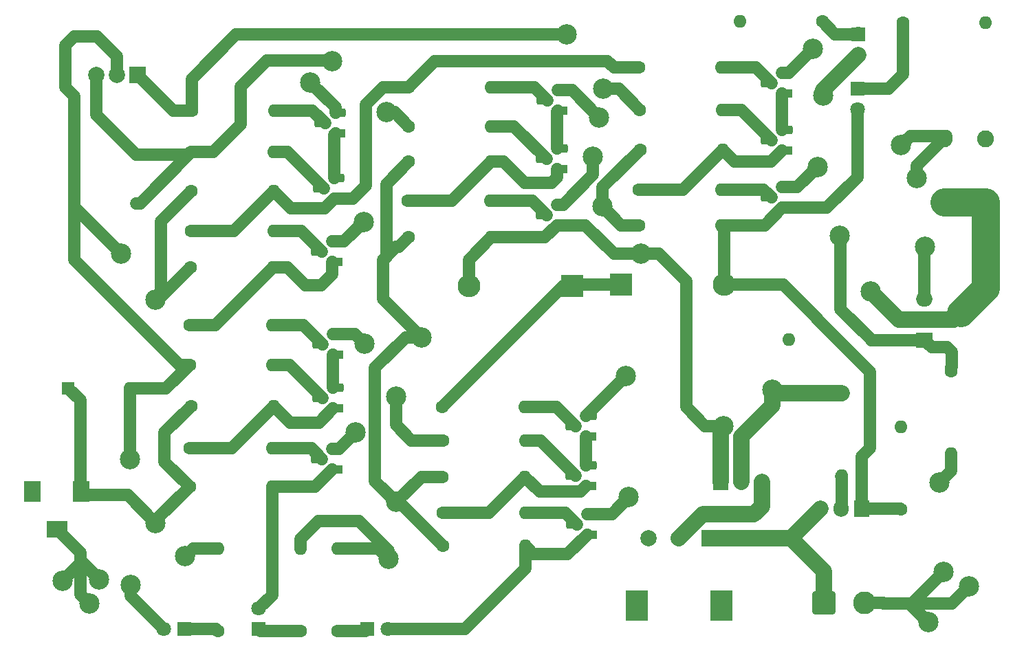
<source format=gbl>
G04 #@! TF.GenerationSoftware,KiCad,Pcbnew,8.0.8*
G04 #@! TF.CreationDate,2025-08-18T09:18:49-04:00*
G04 #@! TF.ProjectId,multimeter,6d756c74-696d-4657-9465-722e6b696361,rev?*
G04 #@! TF.SameCoordinates,Original*
G04 #@! TF.FileFunction,Copper,L2,Bot*
G04 #@! TF.FilePolarity,Positive*
%FSLAX46Y46*%
G04 Gerber Fmt 4.6, Leading zero omitted, Abs format (unit mm)*
G04 Created by KiCad (PCBNEW 8.0.8) date 2025-08-18 09:18:49*
%MOMM*%
%LPD*%
G01*
G04 APERTURE LIST*
G04 Aperture macros list*
%AMRoundRect*
0 Rectangle with rounded corners*
0 $1 Rounding radius*
0 $2 $3 $4 $5 $6 $7 $8 $9 X,Y pos of 4 corners*
0 Add a 4 corners polygon primitive as box body*
4,1,4,$2,$3,$4,$5,$6,$7,$8,$9,$2,$3,0*
0 Add four circle primitives for the rounded corners*
1,1,$1+$1,$2,$3*
1,1,$1+$1,$4,$5*
1,1,$1+$1,$6,$7*
1,1,$1+$1,$8,$9*
0 Add four rect primitives between the rounded corners*
20,1,$1+$1,$2,$3,$4,$5,0*
20,1,$1+$1,$4,$5,$6,$7,0*
20,1,$1+$1,$6,$7,$8,$9,0*
20,1,$1+$1,$8,$9,$2,$3,0*%
G04 Aperture macros list end*
G04 #@! TA.AperFunction,ComponentPad*
%ADD10R,2.000000X2.000000*%
G04 #@! TD*
G04 #@! TA.AperFunction,ComponentPad*
%ADD11C,2.000000*%
G04 #@! TD*
G04 #@! TA.AperFunction,ComponentPad*
%ADD12C,1.600000*%
G04 #@! TD*
G04 #@! TA.AperFunction,ComponentPad*
%ADD13O,1.600000X1.600000*%
G04 #@! TD*
G04 #@! TA.AperFunction,ComponentPad*
%ADD14R,1.800000X1.100000*%
G04 #@! TD*
G04 #@! TA.AperFunction,ComponentPad*
%ADD15RoundRect,0.275000X0.625000X-0.275000X0.625000X0.275000X-0.625000X0.275000X-0.625000X-0.275000X0*%
G04 #@! TD*
G04 #@! TA.AperFunction,ComponentPad*
%ADD16R,1.905000X2.000000*%
G04 #@! TD*
G04 #@! TA.AperFunction,ComponentPad*
%ADD17O,1.905000X2.000000*%
G04 #@! TD*
G04 #@! TA.AperFunction,ComponentPad*
%ADD18R,1.800000X1.800000*%
G04 #@! TD*
G04 #@! TA.AperFunction,ComponentPad*
%ADD19C,1.800000*%
G04 #@! TD*
G04 #@! TA.AperFunction,ComponentPad*
%ADD20C,2.082800*%
G04 #@! TD*
G04 #@! TA.AperFunction,ComponentPad*
%ADD21RoundRect,0.250001X-1.149999X-1.149999X1.149999X-1.149999X1.149999X1.149999X-1.149999X1.149999X0*%
G04 #@! TD*
G04 #@! TA.AperFunction,ComponentPad*
%ADD22C,2.800000*%
G04 #@! TD*
G04 #@! TA.AperFunction,ComponentPad*
%ADD23R,2.800000X2.800000*%
G04 #@! TD*
G04 #@! TA.AperFunction,ComponentPad*
%ADD24O,2.800000X2.800000*%
G04 #@! TD*
G04 #@! TA.AperFunction,ComponentPad*
%ADD25R,2.800000X3.800000*%
G04 #@! TD*
G04 #@! TA.AperFunction,ComponentPad*
%ADD26R,2.000000X1.905000*%
G04 #@! TD*
G04 #@! TA.AperFunction,ComponentPad*
%ADD27O,2.000000X1.905000*%
G04 #@! TD*
G04 #@! TA.AperFunction,ComponentPad*
%ADD28R,1.600000X1.600000*%
G04 #@! TD*
G04 #@! TA.AperFunction,ComponentPad*
%ADD29R,2.000000X2.600000*%
G04 #@! TD*
G04 #@! TA.AperFunction,ComponentPad*
%ADD30R,2.600000X2.000000*%
G04 #@! TD*
G04 #@! TA.AperFunction,ViaPad*
%ADD31C,2.500000*%
G04 #@! TD*
G04 #@! TA.AperFunction,Conductor*
%ADD32C,1.500000*%
G04 #@! TD*
G04 #@! TA.AperFunction,Conductor*
%ADD33C,2.000000*%
G04 #@! TD*
G04 #@! TA.AperFunction,Conductor*
%ADD34C,3.500000*%
G04 #@! TD*
G04 APERTURE END LIST*
D10*
X27110000Y80845000D03*
D11*
X24570000Y80845000D03*
X22030000Y80845000D03*
D12*
X117450000Y48275000D03*
D13*
X107290000Y48275000D03*
D12*
X60370000Y65375000D03*
D13*
X70530000Y65375000D03*
D14*
X82750000Y30275000D03*
D15*
X80680000Y31545000D03*
X82750000Y32815000D03*
D16*
X98890000Y30750000D03*
D17*
X101430000Y30750000D03*
X103970000Y30750000D03*
D18*
X42050000Y12605000D03*
D19*
X42050000Y15145000D03*
D12*
X33510000Y45175000D03*
D13*
X43670000Y45175000D03*
D14*
X82750000Y36335000D03*
D15*
X80680000Y37605000D03*
X82750000Y38875000D03*
D14*
X79220000Y76505000D03*
D15*
X77150000Y77775000D03*
X79220000Y79045000D03*
D12*
X88870000Y66775000D03*
D13*
X99030000Y66775000D03*
D12*
X111410000Y87445000D03*
D13*
X101250000Y87445000D03*
D20*
X126390000Y73045000D03*
X131470000Y73045000D03*
D21*
X111630000Y15845000D03*
D22*
X116630000Y15845000D03*
D12*
X127310000Y44415000D03*
D13*
X127310000Y34255000D03*
D14*
X106820000Y64505000D03*
D15*
X104750000Y65775000D03*
X106820000Y67045000D03*
D14*
X51580000Y39805000D03*
D15*
X49510000Y41075000D03*
X51580000Y42345000D03*
D14*
X106850000Y78575000D03*
D15*
X104780000Y79845000D03*
X106850000Y81115000D03*
D12*
X64650000Y39975000D03*
D13*
X74810000Y39975000D03*
D12*
X47150000Y12395000D03*
D13*
X47150000Y22555000D03*
D18*
X55360000Y12645000D03*
D19*
X57900000Y12645000D03*
D23*
X80600000Y54875000D03*
D24*
X67900000Y54875000D03*
D16*
X116250000Y27435000D03*
D17*
X113710000Y27435000D03*
X111170000Y27435000D03*
D10*
X97530000Y23845000D03*
D11*
X93780000Y23845000D03*
X90030000Y23845000D03*
D25*
X98980000Y15520000D03*
X88580000Y15520000D03*
D12*
X60470000Y74575000D03*
D13*
X70630000Y74575000D03*
D14*
X79150000Y62375000D03*
D15*
X77080000Y63645000D03*
X79150000Y64915000D03*
D12*
X60450000Y79375000D03*
D13*
X70610000Y79375000D03*
D14*
X51490000Y57835000D03*
D15*
X49420000Y59105000D03*
X51490000Y60375000D03*
D12*
X33710000Y40075000D03*
D13*
X43870000Y40075000D03*
D20*
X126390000Y65245000D03*
X131470000Y65245000D03*
D23*
X86600000Y55075000D03*
D24*
X99300000Y55075000D03*
D12*
X64670000Y26975000D03*
D13*
X74830000Y26975000D03*
D12*
X33710000Y61675000D03*
D13*
X43870000Y61675000D03*
D12*
X60470000Y60875000D03*
D13*
X70630000Y60875000D03*
D12*
X88950000Y76575000D03*
D13*
X99110000Y76575000D03*
D26*
X123970000Y48235000D03*
D27*
X123970000Y50775000D03*
X123970000Y53315000D03*
D12*
X121070000Y27395000D03*
D13*
X121070000Y37555000D03*
D12*
X33530000Y34875000D03*
D13*
X43690000Y34875000D03*
D12*
X88850000Y81775000D03*
D13*
X99010000Y81775000D03*
D12*
X64670000Y35875000D03*
D13*
X74830000Y35875000D03*
D14*
X51580000Y46405000D03*
D15*
X49510000Y47675000D03*
X51580000Y48945000D03*
D18*
X115830000Y85885000D03*
D19*
X115830000Y83345000D03*
D14*
X106850000Y71575000D03*
D15*
X104780000Y72845000D03*
X106850000Y74115000D03*
D12*
X64670000Y22875000D03*
D13*
X74830000Y22875000D03*
D12*
X121350000Y87345000D03*
D13*
X131510000Y87345000D03*
D12*
X113770000Y41655000D03*
D13*
X113770000Y31495000D03*
D28*
X18585000Y42275000D03*
D13*
X26205000Y42275000D03*
D18*
X115730000Y79215000D03*
D19*
X115730000Y76675000D03*
D12*
X51710000Y12415000D03*
D13*
X51710000Y22575000D03*
D12*
X88970000Y71675000D03*
D13*
X99130000Y71675000D03*
D18*
X32850000Y12675000D03*
D19*
X30310000Y12675000D03*
D12*
X88870000Y62375000D03*
D13*
X99030000Y62375000D03*
D14*
X51860000Y73665000D03*
D15*
X49790000Y74935000D03*
X51860000Y76205000D03*
D29*
X20180000Y29595000D03*
X14180000Y29595000D03*
D30*
X17180000Y24895000D03*
D12*
X60470000Y70175000D03*
D13*
X70630000Y70175000D03*
D14*
X51690000Y65635000D03*
D15*
X49620000Y66905000D03*
X51690000Y68175000D03*
D12*
X33710000Y71375000D03*
D13*
X43870000Y71375000D03*
D12*
X33530000Y30175000D03*
D13*
X43690000Y30175000D03*
D14*
X82850000Y24275000D03*
D15*
X80780000Y25545000D03*
X82850000Y26815000D03*
D12*
X33510000Y50075000D03*
D13*
X43670000Y50075000D03*
D12*
X33710000Y66575000D03*
D13*
X43870000Y66575000D03*
D12*
X37050000Y12395000D03*
D13*
X37050000Y22555000D03*
D12*
X33610000Y57175000D03*
D13*
X43770000Y57175000D03*
D12*
X33790000Y76475000D03*
D13*
X43950000Y76475000D03*
D12*
X64650000Y31375000D03*
D13*
X74810000Y31375000D03*
D14*
X79150000Y69275000D03*
D15*
X77080000Y70545000D03*
X79150000Y71815000D03*
D14*
X51480000Y32305000D03*
D15*
X49410000Y33575000D03*
X51480000Y34845000D03*
D31*
X58950000Y28275000D03*
X62050000Y48575000D03*
X84350000Y64675000D03*
X29350000Y53175000D03*
X29350000Y25675000D03*
X87250000Y43775000D03*
X125850000Y30675000D03*
X87550000Y28875000D03*
X17850000Y18575000D03*
X54950000Y62775000D03*
X21150000Y15775000D03*
X83150000Y70775000D03*
X123030000Y68145000D03*
X124450000Y13475000D03*
X48350000Y79975000D03*
X58050000Y21275000D03*
X55050000Y47775000D03*
X121130000Y72245000D03*
X110850000Y69575000D03*
X32950000Y21575000D03*
X83950000Y75675000D03*
X22350000Y18775000D03*
X53950000Y36875000D03*
X124080000Y59695000D03*
X110250000Y84075000D03*
X126350000Y19675000D03*
X129450000Y17875000D03*
X26250000Y18075000D03*
X58950000Y41275000D03*
X25050000Y58875000D03*
X26150000Y33575000D03*
X113530000Y61045000D03*
X99230000Y37645000D03*
X89130000Y58875000D03*
X111530000Y78345000D03*
X51050000Y82575000D03*
X57750000Y76275000D03*
X79950000Y85875000D03*
X84450000Y79175000D03*
X105230000Y42145000D03*
X117330000Y54245000D03*
D32*
X62050000Y48575000D02*
X57350000Y53275000D01*
X58950000Y59675000D02*
X59270000Y59675000D01*
X30450000Y36815000D02*
X33710000Y40075000D01*
X64650000Y31375000D02*
X62050000Y31375000D01*
X29350000Y25675000D02*
X29350000Y25995000D01*
X29610000Y53175000D02*
X33610000Y57175000D01*
X20042500Y29125000D02*
X20042500Y40817500D01*
X20042500Y29125000D02*
X25900000Y29125000D01*
X20042500Y40817500D02*
X18585000Y42275000D01*
X30450000Y33255000D02*
X30450000Y36815000D01*
X56350000Y44775000D02*
X56350000Y30875000D01*
X57750000Y58475000D02*
X57350000Y58075000D01*
X33710000Y66575000D02*
X29950000Y62815000D01*
X57350000Y53275000D02*
X57350000Y58075000D01*
X60150000Y48575000D02*
X56350000Y44775000D01*
X88870000Y62375000D02*
X86650000Y62375000D01*
X58950000Y28275000D02*
X59270000Y28275000D01*
X59270000Y59675000D02*
X60470000Y60875000D01*
X33530000Y30175000D02*
X30450000Y33255000D01*
X60470000Y70175000D02*
X57750000Y67455000D01*
X29950000Y62815000D02*
X29950000Y53775000D01*
X57750000Y67455000D02*
X57750000Y58475000D01*
X29350000Y25995000D02*
X33530000Y30175000D01*
X84350000Y67055000D02*
X88970000Y71675000D01*
X84350000Y64675000D02*
X84350000Y67055000D01*
X29350000Y53175000D02*
X29610000Y53175000D01*
X57350000Y58075000D02*
X58950000Y59675000D01*
X62050000Y31375000D02*
X58950000Y28275000D01*
X59270000Y28275000D02*
X64670000Y22875000D01*
X62050000Y48575000D02*
X60150000Y48575000D01*
X56350000Y30875000D02*
X58950000Y28275000D01*
X25900000Y29125000D02*
X29350000Y25675000D01*
X86650000Y62375000D02*
X84350000Y64675000D01*
X29950000Y53775000D02*
X29350000Y53175000D01*
X106450000Y81115000D02*
X107290000Y81115000D01*
X122450000Y15775000D02*
X126350000Y19675000D01*
X82450000Y26815000D02*
X85490000Y26815000D01*
X51090000Y60375000D02*
X52550000Y60375000D01*
X56750000Y22575000D02*
X58050000Y21275000D01*
X122150000Y15775000D02*
X124450000Y13475000D01*
X123030000Y69695000D02*
X126710000Y73375000D01*
X127310000Y34255000D02*
X127310000Y32135000D01*
X78750000Y64915000D02*
X79490000Y64915000D01*
X127350000Y15775000D02*
X129450000Y17875000D01*
X51710000Y22575000D02*
X56750000Y22575000D01*
X53880000Y48945000D02*
X55050000Y47775000D01*
X118890000Y15845000D02*
X116630000Y15845000D01*
X47150000Y22555000D02*
X47150000Y23775000D01*
X51080000Y34845000D02*
X51920000Y34845000D01*
X123980000Y59795000D02*
X124080000Y59695000D01*
X51460000Y76865000D02*
X48350000Y79975000D01*
X33930000Y22555000D02*
X32950000Y21575000D01*
X20042500Y16882500D02*
X20042500Y21082500D01*
X49350000Y25975000D02*
X54350000Y25975000D01*
X20042500Y21082500D02*
X20042500Y22032500D01*
X78820000Y79045000D02*
X80580000Y79045000D01*
X58050000Y22275000D02*
X58050000Y21275000D01*
X106420000Y67045000D02*
X108320000Y67045000D01*
X108320000Y67045000D02*
X110850000Y69575000D01*
X54350000Y25975000D02*
X58050000Y22275000D01*
X123970000Y59795000D02*
X123980000Y59795000D01*
X85490000Y26815000D02*
X87550000Y28875000D01*
X47150000Y23775000D02*
X49350000Y25975000D01*
X83150000Y68575000D02*
X83150000Y70775000D01*
X79490000Y64915000D02*
X83150000Y68575000D01*
X82350000Y38875000D02*
X87250000Y43775000D01*
X51920000Y34845000D02*
X53950000Y36875000D01*
X20042500Y20767500D02*
X17850000Y18575000D01*
X122260000Y73375000D02*
X121130000Y72245000D01*
X52550000Y60375000D02*
X54950000Y62775000D01*
X119710000Y15775000D02*
X122450000Y15775000D01*
X107290000Y81115000D02*
X110250000Y84075000D01*
X20042500Y22032500D02*
X17180000Y24895000D01*
X118960000Y15775000D02*
X118890000Y15845000D01*
X20042500Y16882500D02*
X21150000Y15775000D01*
X80580000Y79045000D02*
X83950000Y75675000D01*
X51180000Y48945000D02*
X53880000Y48945000D01*
X119710000Y15775000D02*
X118960000Y15775000D01*
X119710000Y15775000D02*
X122150000Y15775000D01*
X127310000Y32135000D02*
X125850000Y30675000D01*
X37050000Y22555000D02*
X33930000Y22555000D01*
X119710000Y15775000D02*
X127350000Y15775000D01*
X51460000Y76205000D02*
X51460000Y76865000D01*
X123030000Y68145000D02*
X123030000Y69695000D01*
X20042500Y21082500D02*
X22350000Y18775000D01*
X123970000Y53315000D02*
X123970000Y59795000D01*
X126710000Y73375000D02*
X122260000Y73375000D01*
X43690000Y16785000D02*
X42050000Y15145000D01*
X48950000Y30175000D02*
X51080000Y32305000D01*
X43690000Y30175000D02*
X43690000Y16785000D01*
X43690000Y30175000D02*
X48950000Y30175000D01*
X42260000Y12395000D02*
X42050000Y12605000D01*
X47150000Y12395000D02*
X42260000Y12395000D01*
X26205000Y33630000D02*
X26150000Y33575000D01*
X24570000Y83205000D02*
X24570000Y80845000D01*
X58950000Y41275000D02*
X58950000Y37775000D01*
X26250000Y16735000D02*
X30310000Y12675000D01*
X32250000Y45175000D02*
X19285000Y58140000D01*
X19285000Y78290000D02*
X18230000Y79345000D01*
X58950000Y37775000D02*
X60850000Y35875000D01*
X26205000Y42275000D02*
X30610000Y42275000D01*
X19285000Y65075000D02*
X19285000Y78290000D01*
X60850000Y35875000D02*
X64670000Y35875000D01*
X18230000Y84545000D02*
X19330000Y85645000D01*
X19285000Y64640000D02*
X25050000Y58875000D01*
X26250000Y18075000D02*
X26250000Y16735000D01*
X19330000Y85645000D02*
X22130000Y85645000D01*
X26205000Y42275000D02*
X26205000Y33630000D01*
X33510000Y45175000D02*
X32250000Y45175000D01*
X30610000Y42275000D02*
X33510000Y45175000D01*
X22130000Y85645000D02*
X24570000Y83205000D01*
X19285000Y65075000D02*
X19285000Y64640000D01*
X18230000Y79345000D02*
X18230000Y84545000D01*
X19285000Y58140000D02*
X19285000Y65075000D01*
X36770000Y12675000D02*
X37050000Y12395000D01*
X32850000Y12675000D02*
X36770000Y12675000D01*
X74830000Y22875000D02*
X75830000Y21875000D01*
X75830000Y21875000D02*
X80050000Y21875000D01*
X80050000Y21875000D02*
X82450000Y24275000D01*
X74830000Y20055000D02*
X67420000Y12645000D01*
X67420000Y12645000D02*
X57900000Y12645000D01*
X74830000Y22875000D02*
X74830000Y20055000D01*
X55130000Y12415000D02*
X55360000Y12645000D01*
X51710000Y12415000D02*
X55130000Y12415000D01*
X96980000Y37645000D02*
X94650000Y39975000D01*
D33*
X98890000Y37305000D02*
X99230000Y37645000D01*
D32*
X77250000Y60875000D02*
X78750000Y62375000D01*
X70630000Y60875000D02*
X77250000Y60875000D01*
X94650000Y55475000D02*
X91250000Y58875000D01*
X94650000Y39975000D02*
X94650000Y55475000D01*
X99230000Y37645000D02*
X96980000Y37645000D01*
X123970000Y48235000D02*
X117490000Y48235000D01*
X113680000Y60895000D02*
X113530000Y61045000D01*
X91250000Y58875000D02*
X85750000Y58875000D01*
X82250000Y62375000D02*
X78750000Y62375000D01*
D33*
X98890000Y30750000D02*
X98890000Y37305000D01*
D32*
X124860000Y47345000D02*
X123970000Y48235000D01*
X117450000Y48275000D02*
X113680000Y52045000D01*
X67900000Y58145000D02*
X70630000Y60875000D01*
X67900000Y54875000D02*
X67900000Y58145000D01*
D33*
X111530000Y79045000D02*
X115830000Y83345000D01*
D32*
X127330000Y44915000D02*
X127330000Y46745000D01*
D33*
X111530000Y78345000D02*
X111530000Y79045000D01*
D32*
X127330000Y46745000D02*
X126730000Y47345000D01*
X113680000Y52045000D02*
X113680000Y60895000D01*
X126730000Y47345000D02*
X124860000Y47345000D01*
X117490000Y48235000D02*
X117450000Y48275000D01*
X127310000Y44895000D02*
X127330000Y44915000D01*
X127310000Y44415000D02*
X127310000Y44895000D01*
X123930000Y48275000D02*
X123970000Y48235000D01*
X85750000Y58875000D02*
X82250000Y62375000D01*
X80800000Y55075000D02*
X80600000Y54875000D01*
X79550000Y54875000D02*
X80600000Y54875000D01*
X86600000Y55075000D02*
X80800000Y55075000D01*
X64650000Y39975000D02*
X79550000Y54875000D01*
X99300000Y55075000D02*
X106600000Y55075000D01*
X117250000Y44275000D02*
X117250000Y34875000D01*
X110730000Y50945000D02*
X110730000Y50795000D01*
X121030000Y27435000D02*
X121070000Y27395000D01*
X106600000Y55075000D02*
X110730000Y50945000D01*
X115730000Y68245000D02*
X115730000Y76675000D01*
X111990000Y64505000D02*
X115730000Y68245000D01*
X110730000Y50795000D02*
X117250000Y44275000D01*
X106420000Y64505000D02*
X111990000Y64505000D01*
X99300000Y62105000D02*
X99030000Y62375000D01*
X99030000Y62375000D02*
X104290000Y62375000D01*
X117250000Y34875000D02*
X116250000Y33875000D01*
X116250000Y27435000D02*
X121030000Y27435000D01*
X104290000Y62375000D02*
X106420000Y64505000D01*
X116250000Y33875000D02*
X116250000Y27435000D01*
X99300000Y55075000D02*
X99300000Y62105000D01*
X63650000Y82575000D02*
X84950000Y82575000D01*
X43870000Y66575000D02*
X45970000Y64475000D01*
X38970000Y61675000D02*
X43870000Y66575000D01*
X33710000Y61675000D02*
X38970000Y61675000D01*
X50130000Y64475000D02*
X51290000Y65635000D01*
X84950000Y82575000D02*
X85750000Y81775000D01*
X60450000Y79375000D02*
X63650000Y82575000D01*
X53610000Y65635000D02*
X55250000Y67275000D01*
X55250000Y77275000D02*
X57350000Y79375000D01*
X51290000Y65635000D02*
X53610000Y65635000D01*
X45970000Y64475000D02*
X50130000Y64475000D01*
X85750000Y81775000D02*
X88850000Y81775000D01*
X57350000Y79375000D02*
X60450000Y79375000D01*
X55250000Y67275000D02*
X55250000Y77275000D01*
X51290000Y73495000D02*
X51460000Y73665000D01*
X51290000Y68175000D02*
X51290000Y73495000D01*
X43870000Y71375000D02*
X45550000Y71375000D01*
X45550000Y71375000D02*
X50020000Y66905000D01*
X43950000Y76475000D02*
X48650000Y76475000D01*
X48650000Y76475000D02*
X50190000Y74935000D01*
X51090000Y56315000D02*
X51090000Y57835000D01*
X45550000Y57175000D02*
X47750000Y54975000D01*
X33510000Y50075000D02*
X36670000Y50075000D01*
X43770000Y57175000D02*
X45550000Y57175000D01*
X36670000Y50075000D02*
X43770000Y57175000D01*
X47750000Y54975000D02*
X49750000Y54975000D01*
X49750000Y54975000D02*
X51090000Y56315000D01*
X45810000Y45175000D02*
X49910000Y41075000D01*
X43670000Y45175000D02*
X45810000Y45175000D01*
X49450000Y38075000D02*
X51180000Y39805000D01*
X43870000Y40075000D02*
X45870000Y38075000D01*
X45870000Y38075000D02*
X49450000Y38075000D01*
X38670000Y34875000D02*
X43870000Y40075000D01*
X33530000Y34875000D02*
X38670000Y34875000D01*
X51180000Y42345000D02*
X51180000Y46405000D01*
X47510000Y50075000D02*
X49910000Y47675000D01*
X43670000Y50075000D02*
X47510000Y50075000D01*
X78750000Y76435000D02*
X78820000Y76505000D01*
X78750000Y71815000D02*
X78750000Y76435000D01*
X73450000Y74575000D02*
X77480000Y70545000D01*
X70630000Y74575000D02*
X73450000Y74575000D01*
X65830000Y65375000D02*
X70630000Y70175000D01*
X78050000Y67575000D02*
X78750000Y68275000D01*
X60370000Y65375000D02*
X65830000Y65375000D01*
X78750000Y68275000D02*
X78750000Y69275000D01*
X74750000Y67575000D02*
X78050000Y67575000D01*
X70630000Y70175000D02*
X72150000Y70175000D01*
X72150000Y70175000D02*
X74750000Y67575000D01*
X75950000Y79375000D02*
X77550000Y77775000D01*
X70610000Y79375000D02*
X75950000Y79375000D01*
X99130000Y71675000D02*
X100630000Y70175000D01*
X88870000Y66775000D02*
X94230000Y66775000D01*
X100630000Y70175000D02*
X105050000Y70175000D01*
X94230000Y66775000D02*
X99130000Y71675000D01*
X105050000Y70175000D02*
X106450000Y71575000D01*
X106450000Y74115000D02*
X106450000Y78575000D01*
X101450000Y76575000D02*
X105180000Y72845000D01*
X99110000Y76575000D02*
X101450000Y76575000D01*
X99010000Y81775000D02*
X103250000Y81775000D01*
X103250000Y81775000D02*
X105180000Y79845000D01*
X82350000Y32815000D02*
X82350000Y36335000D01*
X76750000Y35875000D02*
X81080000Y31545000D01*
X74830000Y35875000D02*
X76750000Y35875000D01*
X76610000Y29575000D02*
X81650000Y29575000D01*
X64670000Y26975000D02*
X70410000Y26975000D01*
X74810000Y31375000D02*
X76610000Y29575000D01*
X81650000Y29575000D02*
X82350000Y30275000D01*
X70410000Y26975000D02*
X74810000Y31375000D01*
X74810000Y39975000D02*
X78710000Y39975000D01*
X78710000Y39975000D02*
X81080000Y37605000D01*
X113770000Y31495000D02*
X113770000Y27495000D01*
X113710000Y31435000D02*
X113770000Y31495000D01*
X113770000Y27495000D02*
X113710000Y27435000D01*
X43870000Y61675000D02*
X47250000Y61675000D01*
X47250000Y61675000D02*
X49820000Y59105000D01*
X26905000Y65075000D02*
X27410000Y65075000D01*
X50950000Y82675000D02*
X51050000Y82575000D01*
X43050000Y82675000D02*
X50950000Y82675000D01*
X33710000Y71375000D02*
X36450000Y71375000D01*
X33710000Y71375000D02*
X33355000Y71020000D01*
X22030000Y75945000D02*
X22030000Y80845000D01*
X27410000Y65075000D02*
X33710000Y71375000D01*
X39850000Y79475000D02*
X43050000Y82675000D01*
X39850000Y74775000D02*
X39850000Y79475000D01*
X26955000Y71020000D02*
X22030000Y75945000D01*
X60470000Y74575000D02*
X58770000Y76275000D01*
X58770000Y76275000D02*
X57750000Y76275000D01*
X36450000Y71375000D02*
X39850000Y74775000D01*
X33355000Y71020000D02*
X26955000Y71020000D01*
X86350000Y79175000D02*
X88950000Y76575000D01*
X33690000Y76575000D02*
X33790000Y76475000D01*
X33790000Y80415000D02*
X39250000Y85875000D01*
X31480000Y76475000D02*
X27110000Y80845000D01*
X33790000Y76475000D02*
X33790000Y80415000D01*
X33790000Y76475000D02*
X31480000Y76475000D01*
X39250000Y85875000D02*
X79950000Y85875000D01*
X84450000Y79175000D02*
X86350000Y79175000D01*
D33*
X105230000Y42145000D02*
X105230000Y40180176D01*
X123970000Y50775000D02*
X120800000Y50775000D01*
X113770000Y41655000D02*
X112140000Y41655000D01*
D34*
X131470000Y54645000D02*
X128450000Y51625000D01*
D33*
X127600000Y50775000D02*
X123970000Y50775000D01*
X101430000Y36380176D02*
X101430000Y30750000D01*
X105230000Y40180176D02*
X101430000Y36380176D01*
D34*
X131470000Y65245000D02*
X131470000Y54645000D01*
D33*
X128450000Y51625000D02*
X127600000Y50775000D01*
X113770000Y41655000D02*
X105720000Y41655000D01*
X120800000Y50775000D02*
X117330000Y54245000D01*
D34*
X131470000Y65245000D02*
X126390000Y65245000D01*
D33*
X105720000Y41655000D02*
X105230000Y42145000D01*
D32*
X43690000Y34875000D02*
X48510000Y34875000D01*
X48510000Y34875000D02*
X49810000Y33575000D01*
X75750000Y65375000D02*
X77480000Y63645000D01*
X70530000Y65375000D02*
X75750000Y65375000D01*
X99030000Y66775000D02*
X104150000Y66775000D01*
X104150000Y66775000D02*
X105150000Y65775000D01*
X79750000Y26975000D02*
X81180000Y25545000D01*
X74830000Y26975000D02*
X79750000Y26975000D01*
D33*
X103970000Y30750000D02*
X103970000Y27750000D01*
X96730000Y26795000D02*
X93780000Y23845000D01*
X103015000Y26795000D02*
X96730000Y26795000D01*
X103970000Y27750000D02*
X103015000Y26795000D01*
D32*
X115830000Y85885000D02*
X112970000Y85885000D01*
X112970000Y85885000D02*
X111410000Y87445000D01*
X115830000Y85885000D02*
X115830000Y86045000D01*
X121350000Y80965000D02*
X119600000Y79215000D01*
X119600000Y79215000D02*
X115730000Y79215000D01*
X121350000Y87345000D02*
X121350000Y80965000D01*
D33*
X111630000Y19795000D02*
X111630000Y15845000D01*
X107580000Y23845000D02*
X111630000Y19795000D01*
X97530000Y23845000D02*
X107580000Y23845000D01*
X107580000Y23845000D02*
X111170000Y27435000D01*
X111170000Y16305000D02*
X111630000Y15845000D01*
M02*

</source>
